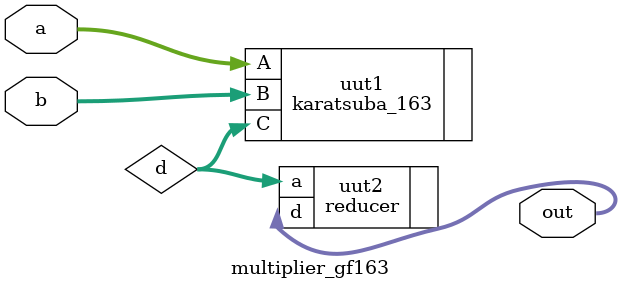
<source format=v>
module multiplier_gf163(
    input [162:0] a,
    input [162:0] b,
    output[162:0] out
);

wire [324:0] d;

karatsuba_163 uut1(.A(a), .B(b), .C(d));
reducer uut2(.a(d), .d(out));

endmodule
</source>
